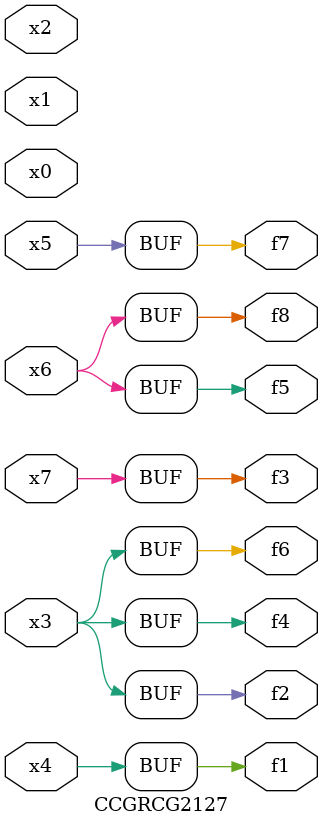
<source format=v>
module CCGRCG2127(
	input x0, x1, x2, x3, x4, x5, x6, x7,
	output f1, f2, f3, f4, f5, f6, f7, f8
);
	assign f1 = x4;
	assign f2 = x3;
	assign f3 = x7;
	assign f4 = x3;
	assign f5 = x6;
	assign f6 = x3;
	assign f7 = x5;
	assign f8 = x6;
endmodule

</source>
